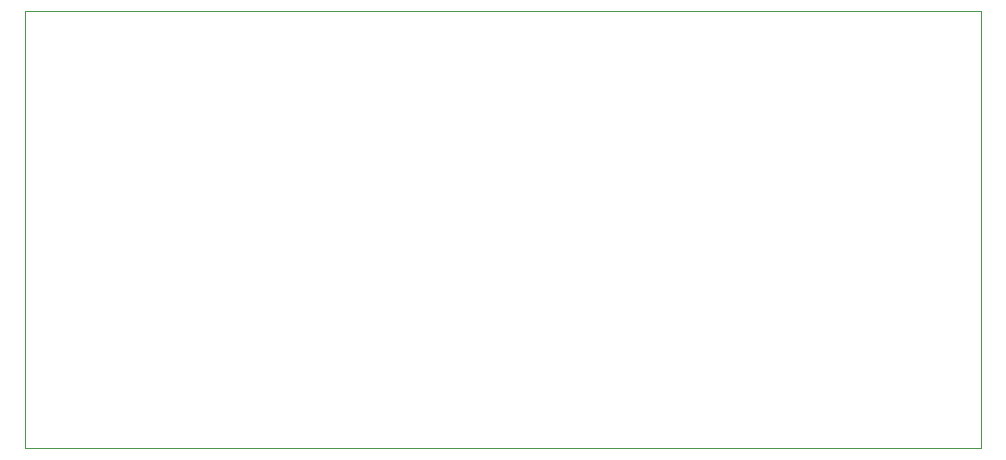
<source format=gm1>
%TF.GenerationSoftware,KiCad,Pcbnew,(6.0.7)*%
%TF.CreationDate,2022-08-15T11:29:02+02:00*%
%TF.ProjectId,atsd_tracker,61747364-5f74-4726-9163-6b65722e6b69,rev?*%
%TF.SameCoordinates,Original*%
%TF.FileFunction,Profile,NP*%
%FSLAX46Y46*%
G04 Gerber Fmt 4.6, Leading zero omitted, Abs format (unit mm)*
G04 Created by KiCad (PCBNEW (6.0.7)) date 2022-08-15 11:29:02*
%MOMM*%
%LPD*%
G01*
G04 APERTURE LIST*
%TA.AperFunction,Profile*%
%ADD10C,0.100000*%
%TD*%
G04 APERTURE END LIST*
D10*
X138000000Y-114000000D02*
X57000000Y-114000000D01*
X57000000Y-77000000D02*
X138000000Y-77000000D01*
X138000000Y-77000000D02*
X138000000Y-114000000D01*
X57000000Y-114000000D02*
X57000000Y-77000000D01*
M02*

</source>
